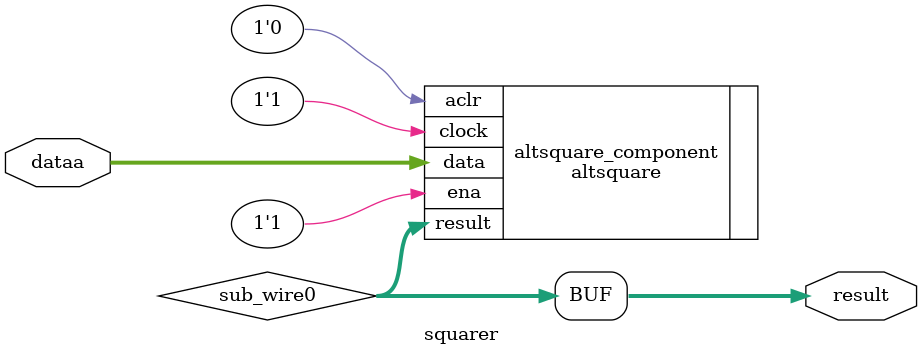
<source format=v>
module squarer (
	dataa,
	result);
	input	[39:0]  dataa;
	output	[79:0]  result;
	wire [79:0] sub_wire0;
	wire [79:0] result = sub_wire0[79:0];
	altsquare	altsquare_component (
				.data (dataa),
				.result (sub_wire0),
				.aclr (1'b0),
				.clock (1'b1),
				.ena (1'b1));
	defparam
		altsquare_component.data_width = 40,
		altsquare_component.lpm_type = "ALTSQUARE",
		altsquare_component.pipeline = 0,
		altsquare_component.representation = "SIGNED",
		altsquare_component.result_width = 80;
endmodule
</source>
